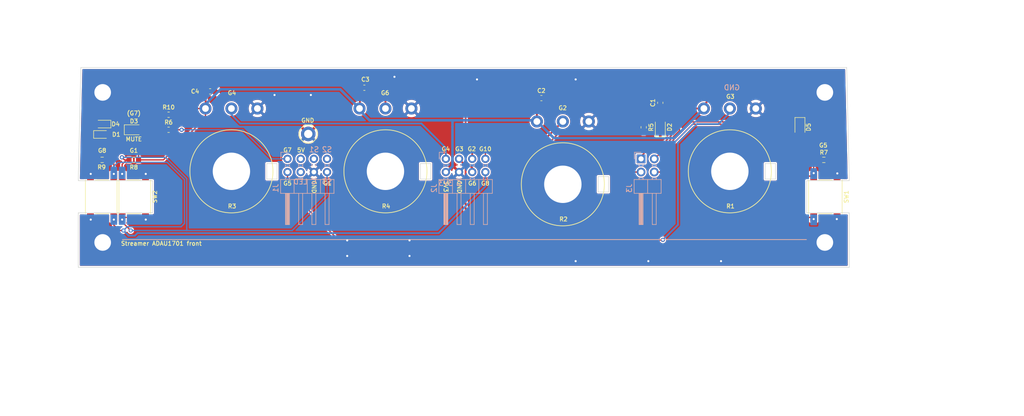
<source format=kicad_pcb>
(kicad_pcb (version 20211014) (generator pcbnew)
  (layers (0 "F.Cu" signal) (31 "B.Cu" signal) (34 "B.Paste" user) (35 "F.Paste" user) (36 "B.SilkS" user "B.Silkscreen") (37 "F.SilkS" user "F.Silkscreen") (38 "B.Mask" user) (39 "F.Mask" user) (44 "Edge.Cuts" user))
  (net 0 "")
  (net 1 "GND")
  (net 2 "Net-(D2-Pad2)")
  (net 3 "Net-(D3-Pad2)")
  (net 4 "VDD")
  (net 5 "5V")
  (net 6 "GPIO5_MUTE")
  (net 7 "Net-(J1-Pad4)")
  (net 8 "Net-(J1-Pad5)")
  (net 9 "Net-(J1-Pad7)")
  (net 10 "GPIO1_COMP")
  (net 11 "GPIO4_BASS")
  (net 12 "GPIO3_VOL")
  (net 13 "GPIO2_BAL")
  (net 14 "GPIO6_TREBLE")
  (net 15 "GPIO10\\LED_MUTE")
  (net 16 "GPIO8_SBASS")
  (net 17 "GPIO7\\LED_COMP")
  (net 18 "SHD-")
  (net 19 "SHD+")
  (net 20 "Net-(D4-Pad2)")
  (net 21 "CLIP+")
  (net 22 "CLIP-")
  (footprint "Capacitor_SMD:C_0603_1608Metric_Pad1.08x0.95mm_HandSolder" (layer "F.Cu") (at 174.3 70.5 90)
    (fp_text reference "C1" (at 0 -1.43 90) (layer "F.SilkS") (effects (font (size 0.8 0.8))))
    (fp_text value "0.1")
    (pad "1" smd roundrect locked (at -0.8625 0 90) (size 1.075 0.95) (layers "F.Cu" "F.Paste" "F.Mask") (net 4 "VDD"))
    (pad "2" smd roundrect locked (at 0.8625 0 90) (size 1.075 0.95) (layers "F.Cu" "F.Paste" "F.Mask") (net 1 "GND"))
  )
  (footprint "Capacitor_SMD:C_0603_1608Metric_Pad1.08x0.95mm_HandSolder" (layer "F.Cu") (at 151.4 69.6)
    (fp_text reference "C2" (at 0 -1.43 180) (layer "F.SilkS") (effects (font (size 0.8 0.8))))
    (fp_text value "0.1")
    (pad "1" smd roundrect locked (at -0.8625 0) (size 1.075 0.95) (layers "F.Cu" "F.Paste" "F.Mask") (net 4 "VDD"))
    (pad "2" smd roundrect locked (at 0.8625 0) (size 1.075 0.95) (layers "F.Cu" "F.Paste" "F.Mask") (net 1 "GND"))
  )
  (footprint "Capacitor_SMD:C_0603_1608Metric_Pad1.08x0.95mm_HandSolder" (layer "F.Cu") (at 117.3 67.6)
    (fp_text reference "C3" (at 0.2 -1.6) (layer "F.SilkS") (effects (font (size 0.8 0.8))))
    (fp_text value "0.1")
    (pad "1" smd roundrect locked (at -0.8625 0) (size 1.075 0.95) (layers "F.Cu" "F.Paste" "F.Mask") (net 4 "VDD"))
    (pad "2" smd roundrect locked (at 0.8625 0) (size 1.075 0.95) (layers "F.Cu" "F.Paste" "F.Mask") (net 1 "GND"))
  )
  (footprint "Capacitor_SMD:C_0603_1608Metric_Pad1.08x0.95mm_HandSolder" (layer "F.Cu") (at 87.6 68.3)
    (fp_text reference "C4" (at -2.9 0) (layer "F.SilkS") (effects (font (size 0.8 0.8))))
    (fp_text value "0.1")
    (pad "1" smd roundrect locked (at -0.8625 0) (size 1.075 0.95) (layers "F.Cu" "F.Paste" "F.Mask") (net 4 "VDD"))
    (pad "2" smd roundrect locked (at 0.8625 0) (size 1.075 0.95) (layers "F.Cu" "F.Paste" "F.Mask") (net 1 "GND"))
  )
  (footprint "TestPoint:TestPoint_Keystone_5005-5009_Compact" (layer "F.Cu") (at 106.5 76.5)
    (fp_text reference "REF**" hide)
    (fp_text value "TestPoint_Keystone_5005-5009_Compact")
    (pad "1" thru_hole circle locked (at 0 0) (size 2.8 2.8) (drill 1.6) (layers *.Cu *.Mask) (net 1 "GND"))
  )
  (footprint "Resistor_SMD:R_0603_1608Metric_Pad0.98x0.95mm_HandSolder" (layer "F.Cu") (at 205.8 81.5)
    (fp_text reference "R7" (at 0 -1.43) (layer "F.SilkS") (effects (font (size 0.8 0.8))))
    (fp_text value "10k")
    (pad "1" smd roundrect locked (at -0.9125 0) (size 0.975 0.95) (layers "F.Cu" "F.Paste" "F.Mask") (net 6 "GPIO5_MUTE"))
    (pad "2" smd roundrect locked (at 0.9125 0) (size 0.975 0.95) (layers "F.Cu" "F.Paste" "F.Mask") (net 4 "VDD"))
  )
  (footprint "Resistor_SMD:R_0603_1608Metric_Pad0.98x0.95mm_HandSolder" (layer "F.Cu") (at 72.9 81.5 180)
    (fp_text reference "R8" (at 0 -1.43) (layer "F.SilkS") (effects (font (size 0.8 0.8))))
    (fp_text value "10k")
    (pad "1" smd roundrect locked (at -0.9125 0 180) (size 0.975 0.95) (layers "F.Cu" "F.Paste" "F.Mask") (net 4 "VDD"))
    (pad "2" smd roundrect locked (at 0.9125 0 180) (size 0.975 0.95) (layers "F.Cu" "F.Paste" "F.Mask") (net 10 "GPIO1_COMP"))
  )
  (footprint "Resistor_SMD:R_0603_1608Metric_Pad0.98x0.95mm_HandSolder" (layer "F.Cu") (at 66.8 81.5)
    (fp_text reference "R9" (at -0.1 1.4) (layer "F.SilkS") (effects (font (size 0.8 0.8))))
    (fp_text value "10k")
    (pad "1" smd roundrect locked (at -0.9125 0) (size 0.975 0.95) (layers "F.Cu" "F.Paste" "F.Mask") (net 4 "VDD"))
    (pad "2" smd roundrect locked (at 0.9125 0) (size 0.975 0.95) (layers "F.Cu" "F.Paste" "F.Mask") (net 16 "GPIO8_SBASS"))
  )
  (footprint "LED_SMD:LED_0805_2012Metric_Pad1.15x1.40mm_HandSolder" (layer "F.Cu") (at 174.3 75.2 90)
    (fp_text reference "D2" (at 0 1.8 90) (layer "F.SilkS") (effects (font (size 0.8 0.8))))
    (fp_text value "LED")
    (pad "1" smd roundrect locked (at -1.025 0 90) (size 1.15 1.4) (layers "F.Cu" "F.Paste" "F.Mask") (roundrect_rratio 0.2173904348) (net 1 "GND"))
    (pad "2" smd roundrect locked (at 1.025 0 90) (size 1.15 1.4) (layers "F.Cu" "F.Paste" "F.Mask") (roundrect_rratio 0.2173904348) (net 2 "Net-(D2-Pad2)"))
  )
  (footprint "LED_SMD:LED_0805_2012Metric_Pad1.15x1.40mm_HandSolder" (layer "F.Cu") (at 72.9225 75.7)
    (fp_text reference "D3" (at 0 -1.65) (layer "F.SilkS") (effects (font (size 0.8 0.8))))
    (fp_text value "LED")
    (pad "1" smd roundrect locked (at -1.025 0) (size 1.15 1.4) (layers "F.Cu" "F.Paste" "F.Mask") (roundrect_rratio 0.2173904348) (net 1 "GND"))
    (pad "2" smd roundrect locked (at 1.025 0) (size 1.15 1.4) (layers "F.Cu" "F.Paste" "F.Mask") (roundrect_rratio 0.2173904348) (net 3 "Net-(D3-Pad2)"))
  )
  (footprint "Resistor_SMD:R_0603_1608Metric_Pad1.05x0.95mm_HandSolder" (layer "F.Cu") (at 171.1 75.2225 -90)
    (fp_text reference "R5" (at 0 -1.43 90) (layer "F.SilkS") (effects (font (size 0.8 0.8))))
    (fp_text value "560R")
    (pad "1" smd roundrect locked (at -0.875 0 270) (size 1.05 0.95) (layers "F.Cu" "F.Paste" "F.Mask") (net 2 "Net-(D2-Pad2)"))
    (pad "2" smd roundrect locked (at 0.875 0 270) (size 1.05 0.95) (layers "F.Cu" "F.Paste" "F.Mask") (net 15 "GPIO10\\LED_MUTE"))
  )
  (footprint "Resistor_SMD:R_0603_1608Metric_Pad1.05x0.95mm_HandSolder" (layer "F.Cu") (at 79.6 75.7)
    (fp_text reference "R6" (at 0 -1.43) (layer "F.SilkS") (effects (font (size 0.8 0.8))))
    (fp_text value "560R")
    (pad "1" smd roundrect locked (at -0.875 0) (size 1.05 0.95) (layers "F.Cu" "F.Paste" "F.Mask") (net 3 "Net-(D3-Pad2)"))
    (pad "2" smd roundrect locked (at 0.875 0) (size 1.05 0.95) (layers "F.Cu" "F.Paste" "F.Mask") (net 17 "GPIO7\\LED_COMP"))
  )
  (footprint "LED_SMD:LED_0603_1608Metric_Pad1.05x0.95mm_HandSolder" (layer "F.Cu") (at 66.8225 76.6)
    (fp_text reference "D1" (at 2.7 0) (layer "F.SilkS") (effects (font (size 0.8 0.8))))
    (fp_text value "LED")
    (pad "1" smd roundrect locked (at -0.875 0) (size 1.05 0.95) (layers "F.Cu" "F.Paste" "F.Mask") (net 18 "SHD-"))
    (pad "2" smd roundrect locked (at 0.875 0) (size 1.05 0.95) (layers "F.Cu" "F.Paste" "F.Mask") (net 19 "SHD+"))
  )
  (footprint "LED_SMD:LED_0603_1608Metric_Pad1.05x0.95mm_HandSolder" (layer "F.Cu") (at 66.8225 74.6 180)
    (fp_text reference "D4" (at -2.5775 0) (layer "F.SilkS") (effects (font (size 0.8 0.8))))
    (fp_text value "LED")
    (pad "1" smd roundrect locked (at -0.875 0 180) (size 1.05 0.95) (layers "F.Cu" "F.Paste" "F.Mask") (net 1 "GND"))
    (pad "2" smd roundrect locked (at 0.875 0 180) (size 1.05 0.95) (layers "F.Cu" "F.Paste" "F.Mask") (net 20 "Net-(D4-Pad2)"))
  )
  (footprint "Potentiometer_THT:Potentiometer_Piher_PC-16_Single_Vertical" (layer "F.Cu") (at 187.7 83.7 -90)
    (fp_text reference "R1" (at 6.724 -0.121 180) (layer "F.SilkS") (effects (font (size 0.8 0.8))))
    (fp_text value "R_POT_TRIM")
    (pad "1" thru_hole circle locked (at -12.1 5 270) (size 2.34 2.34) (drill 1.3) (layers *.Cu *.Mask) (net 4 "VDD"))
    (pad "2" thru_hole circle locked (at -12.1 0 270) (size 2.34 2.34) (drill 1.3) (layers *.Cu *.Mask) (net 12 "GPIO3_VOL"))
    (pad "3" thru_hole circle locked (at 0 0 270) (size 11 11) (drill 7.2) (layers *.Cu *.Mask) (net 1 "GND"))
    (pad "3" thru_hole circle locked (at -12.1 -5 270) (size 2.34 2.34) (drill 1.3) (layers *.Cu *.Mask) (net 1 "GND"))
  )
  (footprint "Potentiometer_THT:Potentiometer_Piher_PC-16_Single_Vertical" (layer "F.Cu") (at 91.7 83.7 -90)
    (fp_text reference "R3" (at 6.724 -0.121 180) (layer "F.SilkS") (effects (font (size 0.8 0.8))))
    (fp_text value "R_POT_TRIM")
    (pad "1" thru_hole circle locked (at -12.1 5 270) (size 2.34 2.34) (drill 1.3) (layers *.Cu *.Mask) (net 4 "VDD"))
    (pad "2" thru_hole circle locked (at -12.1 0 270) (size 2.34 2.34) (drill 1.3) (layers *.Cu *.Mask) (net 11 "GPIO4_BASS"))
    (pad "3" thru_hole circle locked (at -12.1 -5 270) (size 2.34 2.34) (drill 1.3) (layers *.Cu *.Mask) (net 1 "GND"))
    (pad "3" thru_hole circle locked (at 0 0 270) (size 11 11) (drill 7.2) (layers *.Cu *.Mask) (net 1 "GND"))
  )
  (footprint "Potentiometer_THT:Potentiometer_Piher_PC-16_Single_Vertical" (layer "F.Cu") (at 121.366666 83.7 -90)
    (fp_text reference "R4" (at 6.724 -0.121 180) (layer "F.SilkS") (effects (font (size 0.8 0.8))))
    (fp_text value "R_POT_TRIM")
    (pad "1" thru_hole circle locked (at -12.1 5 270) (size 2.34 2.34) (drill 1.3) (layers *.Cu *.Mask) (net 4 "VDD"))
    (pad "2" thru_hole circle locked (at -12.1 0 270) (size 2.34 2.34) (drill 1.3) (layers *.Cu *.Mask) (net 14 "GPIO6_TREBLE"))
    (pad "3" thru_hole circle locked (at -12.1 -5 270) (size 2.34 2.34) (drill 1.3) (layers *.Cu *.Mask) (net 1 "GND"))
    (pad "3" thru_hole circle locked (at 0 0 270) (size 11 11) (drill 7.2) (layers *.Cu *.Mask) (net 1 "GND"))
  )
  (footprint "Resistor_SMD:R_0603_1608Metric_Pad1.05x0.95mm_HandSolder" (layer "F.Cu") (at 79.6 72.8)
    (fp_text reference "R10" (at 0 -1.43) (layer "F.SilkS") (effects (font (size 0.8 0.8))))
    (fp_text value "560R")
    (pad "1" smd roundrect locked (at -0.875 0) (size 1.05 0.95) (layers "F.Cu" "F.Paste" "F.Mask") (net 20 "Net-(D4-Pad2)"))
    (pad "2" smd roundrect locked (at 0.875 0) (size 1.05 0.95) (layers "F.Cu" "F.Paste" "F.Mask") (net 4 "VDD"))
  )
  (footprint "Button_Switch_SMD:SW_SPST_PTS645" (layer "F.Cu") (at 206.1 88.6 -90)
    (fp_text reference "SW1" (at 0 -4.05 90) (layer "F.SilkS") (effects (font (size 0.8 0.8))))
    (fp_text value "SW_Push_Dual")
    (pad "1" smd rect locked (at 3.98 -2.25 270) (size 1.55 1.3) (layers "F.Cu" "F.Paste" "F.Mask") (net 1 "GND"))
    (pad "1" smd rect locked (at -3.98 -2.25 270) (size 1.55 1.3) (layers "F.Cu" "F.Paste" "F.Mask") (net 1 "GND"))
    (pad "2" smd rect locked (at 3.98 2.25 270) (size 1.55 1.3) (layers "F.Cu" "F.Paste" "F.Mask") (net 6 "GPIO5_MUTE"))
    (pad "2" smd rect locked (at -3.98 2.25 270) (size 1.55 1.3) (layers "F.Cu" "F.Paste" "F.Mask") (net 6 "GPIO5_MUTE"))
  )
  (footprint "Button_Switch_SMD:SW_SPST_PTS645" (layer "F.Cu") (at 72.9 88.6 -90)
    (fp_text reference "SW2" (at 0 -4.05 90) (layer "F.SilkS") (effects (font (size 0.8 0.8))))
    (fp_text value "SW_Push_Dual")
    (pad "1" smd rect locked (at 3.98 -2.25 270) (size 1.55 1.3) (layers "F.Cu" "F.Paste" "F.Mask") (net 1 "GND"))
    (pad "1" smd rect locked (at -3.98 -2.25 270) (size 1.55 1.3) (layers "F.Cu" "F.Paste" "F.Mask") (net 1 "GND"))
    (pad "2" smd rect locked (at 3.98 2.25 270) (size 1.55 1.3) (layers "F.Cu" "F.Paste" "F.Mask") (net 10 "GPIO1_COMP"))
    (pad "2" smd rect locked (at -3.98 2.25 270) (size 1.55 1.3) (layers "F.Cu" "F.Paste" "F.Mask") (net 10 "GPIO1_COMP"))
  )
  (footprint "Button_Switch_SMD:SW_SPST_PTS645" (layer "F.Cu") (at 66.8 88.6 90)
    (fp_text reference "SW3" hide)
    (fp_text value "SW_Push_Dual")
    (pad "1" smd rect locked (at -3.98 -2.25 90) (size 1.55 1.3) (layers "F.Cu" "F.Paste" "F.Mask") (net 1 "GND"))
    (pad "1" smd rect locked (at 3.98 -2.25 90) (size 1.55 1.3) (layers "F.Cu" "F.Paste" "F.Mask") (net 1 "GND"))
    (pad "2" smd rect locked (at 3.98 2.25 90) (size 1.55 1.3) (layers "F.Cu" "F.Paste" "F.Mask") (net 16 "GPIO8_SBASS"))
    (pad "2" smd rect locked (at -3.98 2.25 90) (size 1.55 1.3) (layers "F.Cu" "F.Paste" "F.Mask") (net 16 "GPIO8_SBASS"))
  )
  (footprint "Potentiometer_THT:Potentiometer_Piher_PC-16_Single_Vertical" (layer "F.Cu") (at 155.533332 86.2 -90)
    (fp_text reference "R2" (at 6.724 -0.121 180) (layer "F.SilkS") (effects (font (size 0.8 0.8))))
    (fp_text value "R_POT_TRIM")
    (pad "1" thru_hole circle locked (at -12.1 5 270) (size 2.34 2.34) (drill 1.3) (layers *.Cu *.Mask) (net 4 "VDD"))
    (pad "2" thru_hole circle locked (at -12.1 0 270) (size 2.34 2.34) (drill 1.3) (layers *.Cu *.Mask) (net 13 "GPIO2_BAL"))
    (pad "3" thru_hole circle locked (at 0 0 270) (size 11 11) (drill 7.2) (layers *.Cu *.Mask) (net 1 "GND"))
    (pad "3" thru_hole circle locked (at -12.1 -5 270) (size 2.34 2.34) (drill 1.3) (layers *.Cu *.Mask) (net 1 "GND"))
  )
  (footprint "LED_SMD:LED_0805_2012Metric_Pad1.15x1.40mm_HandSolder" (layer "F.Cu") (at 201.2 75.2 -90)
    (fp_text reference "D5" (at 0 -1.65 90) (layer "F.SilkS") (effects (font (size 0.8 0.8))))
    (fp_text value "LED")
    (pad "1" smd roundrect locked (at -1.025 0 270) (size 1.15 1.4) (layers "F.Cu" "F.Paste" "F.Mask") (roundrect_rratio 0.2173904348) (net 22 "CLIP-"))
    (pad "2" smd roundrect locked (at 1.025 0 270) (size 1.15 1.4) (layers "F.Cu" "F.Paste" "F.Mask") (roundrect_rratio 0.2173904348) (net 21 "CLIP+"))
  )
  (footprint "MountingHole:MountingHole_3.2mm_M3" (layer "B.Cu") (at 206 97.4)
    (fp_text reference "REF**" hide)
    (fp_text value "MountingHole_3.2mm_M3" hide)
    (pad "1" thru_hole circle locked (at 0 0) (size 4.5 4.5) (drill 3.2) (layers *.Cu *.Mask) (net 1 "GND"))
  )
  (footprint "MountingHole:MountingHole_3.2mm_M3" (layer "B.Cu") (at 206 68.5)
    (fp_text reference "REF**" hide)
    (fp_text value "MountingHole_3.2mm_M3" hide)
    (pad "1" thru_hole circle locked (at 0 0) (size 4.5 4.5) (drill 3.2) (layers *.Cu *.Mask) (net 1 "GND"))
  )
  (footprint "MountingHole:MountingHole_3.2mm_M3" (layer "B.Cu") (at 66.9 97.4)
    (fp_text reference "REF**" hide)
    (fp_text value "MountingHole_3.2mm_M3" hide)
    (pad "1" thru_hole circle locked (at 0 0) (size 4.5 4.5) (drill 3.2) (layers *.Cu *.Mask) (net 1 "GND"))
  )
  (footprint "MountingHole:MountingHole_3.2mm_M3" (layer "B.Cu") (at 66.9 68.5)
    (fp_text reference "REF**" hide)
    (fp_text value "MountingHole_3.2mm_M3" hide)
    (pad "1" thru_hole circle locked (at 0 0) (size 4.5 4.5) (drill 3.2) (layers *.Cu *.Mask) (net 1 "GND"))
  )
  (footprint "Connector_PinHeader_2.54mm:PinHeader_2x04_P2.54mm_Horizontal" (layer "B.Cu") (at 102.5 81.3 -90)
    (fp_text reference "J1" (at 5.655 2.27 90) (layer "B.SilkS") (effects (justify mirror)))
    (fp_text value "Conn_02x04_Odd_Even")
    (pad "1" thru_hole circle locked (at 0 0 270) (size 1.6 1.6) (drill 0.9) (layers *.Cu *.Mask) (net 17 "GPIO7\\LED_COMP"))
    (pad "2" thru_hole circle locked (at 2.54 0 270) (size 1.6 1.6) (drill 0.9) (layers *.Cu *.Mask) (net 6 "GPIO5_MUTE"))
    (pad "3" thru_hole circle locked (at 0 -2.54 270) (size 1.6 1.6) (drill 0.9) (layers *.Cu *.Mask) (net 5 "5V"))
    (pad "4" thru_hole circle locked (at 2.54 -2.54 270) (size 1.6 1.6) (drill 0.9) (layers *.Cu *.Mask) (net 7 "Net-(J1-Pad4)"))
    (pad "5" thru_hole circle locked (at 0 -5.08 270) (size 1.6 1.6) (drill 0.9) (layers *.Cu *.Mask) (net 8 "Net-(J1-Pad5)"))
    (pad "6" thru_hole circle locked (at 2.54 -5.08 270) (size 1.6 1.6) (drill 0.9) (layers *.Cu *.Mask) (net 1 "GND"))
    (pad "7" thru_hole circle locked (at 0 -7.62 270) (size 1.6 1.6) (drill 0.9) (layers *.Cu *.Mask) (net 9 "Net-(J1-Pad7)"))
    (pad "8" thru_hole circle locked (at 2.54 -7.62 270) (size 1.6 1.6) (drill 0.9) (layers *.Cu *.Mask) (net 10 "GPIO1_COMP"))
  )
  (footprint "Connector_PinHeader_2.54mm:PinHeader_2x04_P2.54mm_Horizontal" (layer "B.Cu") (at 133 81.3 -90)
    (fp_text reference "J2" (at 5.655 2.27 -90) (layer "B.SilkS") (effects (justify mirror)))
    (fp_text value "Conn_02x04_Odd_Even")
    (pad "1" thru_hole circle locked (at 0 0 270) (size 1.6 1.6) (drill 0.9) (layers *.Cu *.Mask) (net 11 "GPIO4_BASS"))
    (pad "2" thru_hole circle locked (at 2.54 0 270) (size 1.6 1.6) (drill 0.9) (layers *.Cu *.Mask) (net 4 "VDD"))
    (pad "3" thru_hole circle locked (at 0 -2.54 270) (size 1.6 1.6) (drill 0.9) (layers *.Cu *.Mask) (net 12 "GPIO3_VOL"))
    (pad "4" thru_hole circle locked (at 2.54 -2.54 270) (size 1.6 1.6) (drill 0.9) (layers *.Cu *.Mask) (net 1 "GND"))
    (pad "5" thru_hole circle locked (at 0 -5.08 270) (size 1.6 1.6) (drill 0.9) (layers *.Cu *.Mask) (net 13 "GPIO2_BAL"))
    (pad "6" thru_hole circle locked (at 2.54 -5.08 270) (size 1.6 1.6) (drill 0.9) (layers *.Cu *.Mask) (net 14 "GPIO6_TREBLE"))
    (pad "7" thru_hole circle locked (at 0 -7.62 270) (size 1.6 1.6) (drill 0.9) (layers *.Cu *.Mask) (net 15 "GPIO10\\LED_MUTE"))
    (pad "8" thru_hole circle locked (at 2.54 -7.62 270) (size 1.6 1.6) (drill 0.9) (layers *.Cu *.Mask) (net 16 "GPIO8_SBASS"))
  )
  (footprint "Connector_PinHeader_2.54mm:PinHeader_2x02_P2.54mm_Horizontal" (layer "B.Cu") (at 170.6 81.3 -90)
    (fp_text reference "J3" (at 5.655 2.27 -90) (layer "B.SilkS") (effects (justify mirror)))
    (fp_text value "Conn_02x02_Odd_Even")
    (pad "1" thru_hole rect locked (at 0 0 270) (size 1.7 1.7) (drill 1) (layers *.Cu *.Mask) (net 18 "SHD-"))
    (pad "2" thru_hole oval locked (at 2.54 0 270) (size 1.7 1.7) (drill 1) (layers *.Cu *.Mask) (net 19 "SHD+"))
    (pad "3" thru_hole oval locked (at 0 -2.54 270) (size 1.7 1.7) (drill 1) (layers *.Cu *.Mask) (net 22 "CLIP-"))
    (pad "4" thru_hole oval locked (at 2.54 -2.54 270) (size 1.7 1.7) (drill 1) (layers *.Cu *.Mask) (net 21 "CLIP+"))
  )
  (gr_line (start 202.45 96.85) (end 70.7 96.85) (layer "B.SilkS") (width 0.15))
  (gr_line (start 62.2 102.2) (end 210.7 102.2) (layer "Edge.Cuts") (width 0.1))
  (gr_line (start 98.5 85.2) (end 98.5 82.2) (layer "Edge.Cuts") (width 0.1))
  (gr_line (start 196.5 82.2) (end 196.5 85.2) (layer "Edge.Cuts") (width 0.1))
  (gr_line (start 162.34 87.7) (end 162.34 84.7) (layer "Edge.Cuts") (width 0.1))
  (gr_line (start 130.1 82.2) (end 130.1 85.2) (layer "Edge.Cuts") (width 0.1))
  (gr_line (start 128.1 82.2) (end 130.1 82.2) (layer "Edge.Cuts") (width 0.1))
  (gr_line (start 130.1 85.2) (end 128.1 85.2) (layer "Edge.Cuts") (width 0.1))
  (gr_line (start 128.1 82.2) (end 128.1 85.2) (layer "Edge.Cuts") (width 0.1))
  (gr_line (start 76.5 85.5) (end 76.5 91.7) (layer "Edge.Cuts") (width 0.1))
  (gr_line (start 76.4 85.5) (end 76.5 85.5) (layer "Edge.Cuts") (width 0.1))
  (gr_line (start 76.4 91.7) (end 76.5 91.7) (layer "Edge.Cuts") (width 0.1))
  (gr_line (start 62.2 91.7) (end 62.2 102.2) (layer "Edge.Cuts") (width 0.1))
  (gr_line (start 210.7 91.7) (end 210.7 102.2) (layer "Edge.Cuts") (width 0.1))
  (gr_line (start 210.7 85.5) (end 209.5 85.5) (layer "Edge.Cuts") (width 0.1))
  (gr_line (start 210.2 63.7) (end 62.7 63.7) (layer "Edge.Cuts") (width 0.1))
  (gr_line (start 194.5 82.2) (end 196.5 82.2) (layer "Edge.Cuts") (width 0.1))
  (gr_line (start 100.5 82.2) (end 100.5 85.2) (layer "Edge.Cuts") (width 0.1))
  (gr_line (start 100.5 85.2) (end 98.5 85.2) (layer "Edge.Cuts") (width 0.1))
  (gr_line (start 164.34 87.7) (end 162.34 87.7) (layer "Edge.Cuts") (width 0.1))
  (gr_line (start 202.5 85.5) (end 202.5 91.7) (layer "Edge.Cuts") (width 0.1))
  (gr_line (start 162.34 84.7) (end 164.34 84.7) (layer "Edge.Cuts") (width 0.1))
  (gr_line (start 98.5 82.2) (end 100.5 82.2) (layer "Edge.Cuts") (width 0.1))
  (gr_line (start 202.5 91.7) (end 210.7 91.7) (layer "Edge.Cuts") (width 0.1))
  (gr_line (start 210.7 85.5) (end 210.2 63.7) (layer "Edge.Cuts") (width 0.1))
  (gr_line (start 209.5 85.5) (end 202.5 85.5) (layer "Edge.Cuts") (width 0.1))
  (gr_line (start 196.5 85.2) (end 194.5 85.2) (layer "Edge.Cuts") (width 0.1))
  (gr_line (start 76.4 91.7) (end 62.2 91.7) (layer "Edge.Cuts") (width 0.1))
  (gr_line (start 164.34 84.7) (end 164.34 87.7) (layer "Edge.Cuts") (width 0.1))
  (gr_line (start 194.5 85.2) (end 194.5 82.2) (layer "Edge.Cuts") (width 0.1))
  (gr_line (start 62.2 85.5) (end 76.4 85.5) (layer "Edge.Cuts") (width 0.1))
  (gr_line (start 62.2 85.5) (end 62.7 63.7) (layer "Edge.Cuts") (width 0.1))
  (gr_text "G" (at 107.6 85.7) (layer "B.SilkS") (effects (font (size 1 1)) (justify mirror)))
  (gr_text "G" (at 135.5 86) (layer "B.SilkS") (effects (font (size 1 1)) (justify mirror)))
  (gr_text "S2" (at 110.1 79.5) (layer "B.SilkS") (effects (font (size 1 1)) (justify mirror)))
  (gr_text "S3" (at 110.1 85.7) (layer "B.SilkS") (effects (font (size 1 1)) (justify mirror)))
  (gr_text "LED" (at 105 85.7) (layer "B.SilkS") (effects (font (size 1 1)) (justify mirror)))
  (gr_text "3V3" (at 133 86) (layer "B.SilkS") (effects (font (size 1 1)) (justify mirror)))
  (gr_text "GND" (at 188.087 67.564) (layer "B.SilkS") (effects (font (size 1 1)) (justify mirror)))
  (gr_text "S1" (at 107.6 79.5) (layer "B.SilkS") (effects (font (size 1 1)) (justify mirror)))
  (gr_text "MUTE" (at 72.9 77.5) (layer "F.SilkS") (effects (font (size 0.8 0.8))))
  (gr_text "G4" (at 133 79.4) (layer "F.SilkS") (effects (font (size 0.8 0.8))))
  (gr_text "G3" (at 135.6 79.4) (layer "F.SilkS") (effects (font (size 0.8 0.8))))
  (gr_text "G2" (at 138 79.4) (layer "F.SilkS") (effects (font (size 0.8 0.8))))
  (gr_text "G10" (at 140.6 79.4) (layer "F.SilkS") (effects (font (size 0.8 0.8))))
  (gr_text "G8" (at 140.6 86.019453) (layer "F.SilkS") (effects (font (size 0.8 0.8))))
  (gr_text "G6" (at 138.1 86.019453) (layer "F.SilkS") (effects (font (size 0.8 0.8))))
  (gr_text "G1" (at 110.2 86.019453) (layer "F.SilkS") (effects (font (size 0.8 0.8))))
  (gr_text "G5" (at 102.5 86.019453) (layer "F.SilkS") (effects (font (size 0.8 0.8))))
  (gr_text "G7" (at 102.5 79.6) (layer "F.SilkS") (effects (font (size 0.8 0.8))))
  (gr_text "GND" (at 107.6 86.7 270) (layer "F.SilkS") (effects (font (size 0.8 0.8))))
  (gr_text "GND" (at 135.6 86.7 270) (layer "F.SilkS") (effects (font (size 0.8 0.8))))
  (gr_text "3V3" (at 133 86.6 -90) (layer "F.SilkS") (effects (font (size 0.8 0.8))))
  (gr_text "GND" (at 106.4 73.9) (layer "F.SilkS") (effects (font (size 0.8 0.8))))
  (gr_text "G8" (at 66.8 79.7) (layer "F.SilkS") (effects (font (size 0.8 0.8))))
  (gr_text "G3" (at 187.8 69.3) (layer "F.SilkS") (effects (font (size 0.8 0.8))))
  (gr_text "G5" (at 205.7 78.7) (layer "F.SilkS") (effects (font (size 0.8 0.8))))
  (gr_text "(G7)" (at 72.9 72.5) (layer "F.SilkS") (effects (font (size 0.8 0.8))))
  (gr_text "G6" (at 121.3 68.6) (layer "F.SilkS") (effects (font (size 0.8 0.8))))
  (gr_text "Streamer ADAU1701 front" (at 78.2 97.6) (layer "F.SilkS") (effects (font (size 0.8 0.8))))
  (gr_text "5V" (at 105.1 79.6) (layer "F.SilkS") (effects (font (size 0.8 0.8))))
  (gr_text "G1" (at 72.9 79.7) (layer "F.SilkS") (effects (font (size 0.8 0.8))))
  (gr_text "G4" (at 91.8 68.6) (layer "F.SilkS") (effects (font (size 0.8 0.8))))
  (gr_text "G2" (at 155.5 71.5) (layer "F.SilkS") (effects (font (size 0.8 0.8))))
  (via (at 172 101) (size 0.8) (drill 0.4) (layers "F.Cu" "B.Cu") (net 1))
  (via (at 100 69) (size 0.8) (drill 0.4) (layers "F.Cu" "B.Cu") (net 1))
  (via (at 126 100) (size 0.8) (drill 0.4) (layers "F.Cu" "B.Cu") (net 1))
  (via (at 158 101) (size 0.8) (drill 0.4) (layers "F.Cu" "B.Cu") (net 1))
  (via (at 75.2 93) (size 0.8) (drill 0.4) (layers "F.Cu" "B.Cu") (net 1))
  (via (at 186 101) (size 0.8) (drill 0.4) (layers "F.Cu" "B.Cu") (net 1))
  (via (at 75.2 84.2) (size 0.8) (drill 0.4) (layers "F.Cu" "B.Cu") (net 1))
  (via (at 208.4 84.1) (size 0.8) (drill 0.4) (layers "F.Cu" "B.Cu") (net 1))
  (via (at 123.1 65.5) (size 0.8) (drill 0.4) (layers "F.Cu" "B.Cu") (net 1))
  (via (at 126 97) (size 0.8) (drill 0.4) (layers "F.Cu" "B.Cu") (net 1))
  (via (at 64.6 93) (size 0.8) (drill 0.4) (layers "F.Cu" "B.Cu") (net 1))
  (via (at 114 97) (size 0.8) (drill 0.4) (layers "F.Cu" "B.Cu") (net 1))
  (via (at 114 100) (size 0.8) (drill 0.4) (layers "F.Cu" "B.Cu") (net 1))
  (via (at 64.6 84.2) (size 0.8) (drill 0.4) (layers "F.Cu" "B.Cu") (net 1))
  (via (at 139 66) (size 0.8) (drill 0.4) (layers "F.Cu" "B.Cu") (net 1))
  (via (at 158 66) (size 0.8) (drill 0.4) (layers "F.Cu" "B.Cu") (net 1))
  (via (at 107 69) (size 0.8) (drill 0.4) (layers "F.Cu" "B.Cu") (net 1))
  (via (at 208.3 92.9) (size 0.8) (drill 0.4) (layers "F.Cu" "B.Cu") (net 1))
  (segment (start 172.3525 74.3475) (end 172.525 74.175) (width 0.25) (layer "F.Cu") (net 2))
  (segment (start 172.525 74.175) (end 174.3 74.175) (width 0.25) (layer "F.Cu") (net 2))
  (segment (start 171.1 74.3475) (end 172.3525 74.3475) (width 0.25) (layer "F.Cu") (net 2))
  (segment (start 73.9475 75.7) (end 78.725 75.7) (width 0.25) (layer "F.Cu") (net 3))
  (segment (start 86.7375 68.3) (end 86.7375 71.5625) (width 0.35) (layer "F.Cu") (net 4))
  (segment (start 65.8875 80.9125) (end 67.2 79.6) (width 0.25) (layer "F.Cu") (net 4))
  (segment (start 80.475 72.8) (end 82.6 72.8) (width 0.25) (layer "F.Cu") (net 4))
  (segment (start 73.8125 80.3125) (end 73.8125 81.5) (width 0.25) (layer "F.Cu") (net 4))
  (segment (start 73.1 79.6) (end 73.8125 80.3125) (width 0.25) (layer "F.Cu") (net 4))
  (segment (start 182.7 70.9) (end 184.3 69.3) (width 0.35) (layer "F.Cu") (net 4))
  (segment (start 184.3 69.3) (end 199.7 69.3) (width 0.35) (layer "F.Cu") (net 4))
  (segment (start 86.7375 71.5625) (end 86.7 71.6) (width 0.35) (layer "F.Cu") (net 4))
  (segment (start 176.3 71.6) (end 176.0625 71.3625) (width 0.35) (layer "F.Cu") (net 4))
  (segment (start 182.7 71.6) (end 182.7 70.9) (width 0.35) (layer "F.Cu") (net 4))
  (segment (start 116.4375 67.6) (end 116.4375 71.529166) (width 0.35) (layer "F.Cu") (net 4))
  (segment (start 86.7 73.4) (end 86.7 71.6) (width 0.25) (layer "F.Cu") (net 4))
  (segment (start 116.4375 71.529166) (end 116.366666 71.6) (width 0.35) (layer "F.Cu") (net 4))
  (segment (start 67.2 79.6) (end 73.1 79.6) (width 0.25) (layer "F.Cu") (net 4))
  (segment (start 199.7 69.3) (end 206.7125 76.3125) (width 0.35) (layer "F.Cu") (net 4))
  (segment (start 83.8 71.6) (end 86.7 71.6) (width 0.25) (layer "F.Cu") (net 4))
  (segment (start 65.8875 81.5) (end 65.8875 80.9125) (width 0.25) (layer "F.Cu") (net 4))
  (segment (start 176.0625 71.3625) (end 174.3 71.3625) (width 0.35) (layer "F.Cu") (net 4))
  (segment (start 78.6 81.5) (end 86.7 73.4) (width 0.25) (layer "F.Cu") (net 4))
  (segment (start 206.7125 76.3125) (end 206.7125 81.5) (width 0.35) (layer "F.Cu") (net 4))
  (segment (start 182.7 71.6) (end 176.3 71.6) (width 0.35) (layer "F.Cu") (net 4))
  (segment (start 150.5375 74.095832) (end 150.533332 74.1) (width 0.35) (layer "F.Cu") (net 4))
  (segment (start 82.6 72.8) (end 83.8 71.6) (width 0.25) (layer "F.Cu") (net 4))
  (segment (start 150.5375 69.6) (end 150.5375 74.095832) (width 0.35) (layer "F.Cu") (net 4))
  (segment (start 73.8125 81.5) (end 78.6 81.5) (width 0.25) (layer "F.Cu") (net 4))
  (segment (start 134.275 82.725) (end 134.275 75.125) (width 0.5) (layer "B.Cu") (net 4))
  (segment (start 116.366666 71.6) (end 116.366666 71.941656) (width 0.5) (layer "B.Cu") (net 4))
  (segment (start 86.7 70.8) (end 89.6 67.9) (width 0.5) (layer "B.Cu") (net 4))
  (segment (start 153.8 77.3) (end 177 77.3) (width 0.5) (layer "B.Cu") (net 4))
  (segment (start 134.275 75.125) (end 134.275 74.1) (width 0.5) (layer "B.Cu") (net 4))
  (segment (start 112.666666 67.9) (end 116.366666 71.6) (width 0.5) (layer "B.Cu") (net 4))
  (segment (start 118.3 73.87499) (end 150.308322 73.87499) (width 0.5) (layer "B.Cu") (net 4))
  (segment (start 133.16 83.84) (end 134.275 82.725) (width 0.5) (layer "B.Cu") (net 4))
  (segment (start 150.533332 74.1) (end 150.6 74.1) (width 0.5) (layer "B.Cu") (net 4))
  (segment (start 150.308322 73.87499) (end 150.533332 74.1) (width 0.5) (layer "B.Cu") (net 4))
  (segment (start 133 83.84) (end 133.06 83.84) (width 0.5) (layer "B.Cu") (net 4))
  (segment (start 150.6 74.1) (end 153.8 77.3) (width 0.5) (layer "B.Cu") (net 4))
  (segment (start 133 83.84) (end 133.16 83.84) (width 0.5) (layer "B.Cu") (net 4))
  (segment (start 177 77.3) (end 182.7 71.6) (width 0.5) (layer "B.Cu") (net 4))
  (segment (start 116.366666 71.941656) (end 118.3 73.87499) (width 0.5) (layer "B.Cu") (net 4))
  (segment (start 86.7 71.6) (end 86.7 70.8) (width 0.5) (layer "B.Cu") (net 4))
  (segment (start 89.6 67.9) (end 112.666666 67.9) (width 0.5) (layer "B.Cu") (net 4))
  (segment (start 203.85 84.05) (end 203.85 84.62) (width 0.25) (layer "F.Cu") (net 6))
  (segment (start 201.7 91.8) (end 201.7 92.5) (width 0.25) (layer "F.Cu") (net 6))
  (segment (start 204.8875 81.5) (end 204.2 81.5) (width 0.25) (layer "F.Cu") (net 6))
  (segment (start 203.85 81.85) (end 203.85 84.05) (width 0.25) (layer "F.Cu") (net 6))
  (segment (start 201.78 92.58) (end 203.85 92.58) (width 0.25) (layer "F.Cu") (net 6))
  (segment (start 102.5 87.1) (end 113.50001 98.10001) (width 0.25) (layer "F.Cu") (net 6))
  (segment (start 201.7 91.8) (end 201.7 92.213186) (width 0.25) (layer "F.Cu") (net 6))
  (segment (start 203.85 84.62) (end 202.18 84.62) (width 0.25) (layer "F.Cu") (net 6))
  (segment (start 102.5 83.84) (end 102.5 87.1) (width 0.25) (layer "F.Cu") (net 6))
  (segment (start 204.2 81.5) (end 203.85 81.85) (width 0.25) (layer "F.Cu") (net 6))
  (segment (start 195.813176 98.10001) (end 201.333186 92.58) (width 0.25) (layer "F.Cu") (net 6))
  (segment (start 201.7 92.5) (end 201.78 92.58) (width 0.25) (layer "F.Cu") (net 6))
  (segment (start 201.7 85.1) (end 201.7 91.8) (width 0.25) (layer "F.Cu") (net 6))
  (segment (start 113.50001 98.10001) (end 195.813176 98.10001) (width 0.25) (layer "F.Cu") (net 6))
  (segment (start 201.333186 92.58) (end 201.78 92.58) (width 0.25) (layer "F.Cu") (net 6))
  (segment (start 202.18 84.62) (end 201.7 85.1) (width 0.25) (layer "F.Cu") (net 6))
  (via (at 203.85 92.9) (size 0.8) (drill 0.4) (layers "F.Cu" "B.Cu") (net 6))
  (via (at 203.85 84.05) (size 0.8) (drill 0.4) (layers "F.Cu" "B.Cu") (net 6))
  (segment (start 70.65 82.95) (end 70.65 84.25) (width 0.25) (layer "F.Cu") (net 10))
  (segment (start 70.65 93.45) (end 72.3 95.1) (width 0.25) (layer "F.Cu") (net 10))
  (segment (start 70.65 84.25) (end 70.65 84.62) (width 0.25) (layer "F.Cu") (net 10))
  (segment (start 71.1 81.5) (end 70.6 81) (width 0.25) (layer "F.Cu") (net 10))
  (segment (start 70.65 93.45) (end 70.65 93) (width 0.25) (layer "F.Cu") (net 10))
  (segment (start 71.07 92.58) (end 70.65 93) (width 0.25) (layer "F.Cu") (net 10))
  (segment (start 71.9875 81.5) (end 71.5 81.5) (width 0.25) (layer "F.Cu") (net 10))
  (segment (start 71.5 81.5) (end 70.65 82.35) (width 0.25) (layer "F.Cu") (net 10))
  (segment (start 71.9875 81.5) (end 71.1 81.5) (width 0.25) (layer "F.Cu") (net 10))
  (segment (start 71.45 92.58) (end 71.07 92.58) (width 0.25) (layer "F.Cu") (net 10))
  (segment (start 70.65 82.35) (end 70.65 82.95) (width 0.25) (layer "F.Cu") (net 10))
  (via (at 70.6 81) (size 0.8) (drill 0.4) (layers "F.Cu" "B.Cu") (net 10))
  (via (at 70.65 93) (size 0.8) (drill 0.4) (layers "F.Cu" "B.Cu") (net 10))
  (via (at 72.3 95.1) (size 0.8) (drill 0.4) (layers "F.Cu" "B.Cu") (net 10))
  (via (at 70.65 84.2) (size 0.8) (drill 0.4) (layers "F.Cu" "B.Cu") (net 10))
  (segment (start 103.4 95.1) (end 83.1 95.1) (width 0.25) (layer "B.Cu") (net 10))
  (segment (start 71 81) (end 79 81) (width 0.25) (layer "B.Cu") (net 10))
  (segment (start 110.12 88.38) (end 103.4 95.1) (width 0.25) (layer "B.Cu") (net 10))
  (segment (start 83.1 85.1) (end 83.1 95.1) (width 0.25) (layer "B.Cu") (net 10))
  (segment (start 83.1 95.1) (end 72.3 95.1) (width 0.25) (layer "B.Cu") (net 10))
  (segment (start 79 81) (end 83.1 85.1) (width 0.25) (layer "B.Cu") (net 10))
  (segment (start 71 81) (end 70.6 81) (width 0.25) (layer "B.Cu") (net 10))
  (segment (start 110.12 83.84) (end 110.12 88.38) (width 0.25) (layer "B.Cu") (net 10))
  (segment (start 128.3 74.5) (end 93.4 74.5) (width 0.35) (layer "B.Cu") (net 11))
  (segment (start 133 81.3) (end 133 79.2) (width 0.35) (layer "B.Cu") (net 11))
  (segment (start 91.7 72.8) (end 91.7 71.6) (width 0.35) (layer "B.Cu") (net 11))
  (segment (start 133 79.2) (end 128.3 74.5) (width 0.35) (layer "B.Cu") (net 11))
  (segment (start 93.4 74.5) (end 91.7 72.8) (width 0.35) (layer "B.Cu") (net 11))
  (segment (start 135.54 81.3) (end 135.54 81.44) (width 0.35) (layer "F.Cu") (net 12))
  (segment (start 135.54 81.3) (end 135.54 81.34) (width 0.35) (layer "F.Cu") (net 12))
  (segment (start 135.54 81.34) (end 136.8 82.6) (width 0.35) (layer "F.Cu") (net 12))
  (segment (start 136.8 91.69999) (end 142 96.89999) (width 0.35) (layer "F.Cu") (net 12))
  (segment (start 142 96.89999) (end 174.80001 96.89999) (width 0.35) (layer "F.Cu") (net 12))
  (segment (start 136.8 82.6) (end 136.8 91.69999) (width 0.35) (layer "F.Cu") (net 12))
  (segment (start 187.7 71.7) (end 187.7 71.6) (width 0.35) (layer "F.Cu") (net 12))
  (via (at 174.80001 96.89999) (size 0.8) (drill 0.4) (layers "F.Cu" "B.Cu") (net 12))
  (segment (start 181.4 74.6) (end 177.7 78.3) (width 0.35) (layer "B.Cu") (net 12))
  (segment (start 177.7 78.3) (end 177.7 94) (width 0.35) (layer "B.Cu") (net 12))
  (segment (start 185.5 74.6) (end 181.4 74.6) (width 0.35) (layer "B.Cu") (net 12))
  (segment (start 187.7 71.6) (end 187.7 72.4) (width 0.35) (layer "B.Cu") (net 12))
  (segment (start 187.7 72.4) (end 185.5 74.6) (width 0.35) (layer "B.Cu") (net 12))
  (segment (start 177.7 94) (end 174.80001 96.89999) (width 0.35) (layer "B.Cu") (net 12))
  (segment (start 138.08 79.62) (end 138.08 81.3) (width 0.35) (layer "F.Cu") (net 13))
  (segment (start 155.5 74.1) (end 151.6 78) (width 0.35) (layer "F.Cu") (net 13))
  (segment (start 155.533332 74.1) (end 155.5 74.1) (width 0.35) (layer "F.Cu") (net 13))
  (segment (start 139.7 78) (end 138.08 79.62) (width 0.35) (layer "F.Cu") (net 13))
  (segment (start 151.6 78) (end 139.7 78) (width 0.35) (layer "F.Cu") (net 13))
  (segment (start 136.8 79.6) (end 136.8 81.759002) (width 0.35) (layer "F.Cu") (net 14))
  (segment (start 136.8 81.759002) (end 138.08 83.039002) (width 0.35) (layer "F.Cu") (net 14))
  (segment (start 138.08 83.039002) (end 138.08 83.84) (width 0.35) (layer "F.Cu") (net 14))
  (segment (start 122.3 68.925) (end 133.15 68.925) (width 0.35) (layer "F.Cu") (net 14))
  (segment (start 138.08 83.84) (end 138.08 83.805) (width 0.35) (layer "F.Cu") (net 14))
  (segment (start 133.15 68.925) (end 136.8 72.575) (width 0.35) (layer "F.Cu") (net 14))
  (segment (start 121.366666 71.6) (end 121.366666 69.858334) (width 0.35) (layer "F.Cu") (net 14))
  (segment (start 136.8 72.575) (end 136.8 79.6) (width 0.35) (layer "F.Cu") (net 14))
  (segment (start 121.366666 69.858334) (end 122.3 68.925) (width 0.35) (layer "F.Cu") (net 14))
  (segment (start 155.0025 76.0975) (end 171.1 76.0975) (width 0.25) (layer "F.Cu") (net 15))
  (segment (start 140.62 81.3) (end 140.62 80.08001) (width 0.25) (layer "F.Cu") (net 15))
  (segment (start 152.59999 78.50001) (end 155.0025 76.0975) (width 0.25) (layer "F.Cu") (net 15))
  (segment (start 140.62 80.08001) (end 142.2 78.50001) (width 0.25) (layer "F.Cu") (net 15))
  (segment (start 142.2 78.50001) (end 152.59999 78.50001) (width 0.25) (layer "F.Cu") (net 15))
  (segment (start 69.05 93.25) (end 69.05 92.58) (width 0.35) (layer "F.Cu") (net 16))
  (segment (start 69.05 84.15) (end 69.05 84.62) (width 0.25) (layer "F.Cu") (net 16))
  (segment (start 69.05 81.95) (end 69.05 82.95) (width 0.25) (layer "F.Cu") (net 16))
  (segment (start 68.6 81.5) (end 69.05 81.95) (width 0.25) (layer "F.Cu") (net 16))
  (segment (start 69.05 82.95) (end 69.05 84.15) (width 0.25) (layer "F.Cu") (net 16))
  (segment (start 69.05 92.98) (end 69.05 94.05) (width 0.25) (layer "F.Cu") (net 16))
  (segment (start 67.7125 81.5) (end 68.6 81.5) (width 0.25) (layer "F.Cu") (net 16))
  (segment (start 70.1 95.1) (end 70.9 95.1) (width 0.25) (layer "F.Cu") (net 16))
  (segment (start 69.05 94.05) (end 70.1 95.1) (width 0.25) (layer "F.Cu") (net 16))
  (via (at 70.9 95.1) (size 0.8) (drill 0.4) (layers "F.Cu" "B.Cu") (net 16))
  (via (at 69.05 84.2) (size 0.8) (drill 0.4) (layers "F.Cu" "B.Cu") (net 16))
  (via (at 69.05 93) (size 0.8) (drill 0.4) (layers "F.Cu" "B.Cu") (net 16))
  (segment (start 70.9 95.1) (end 71.9 96.1) (width 0.35) (layer "B.Cu") (net 16))
  (segment (start 140.62 83.84) (end 140.62 86.58) (width 0.35) (layer "B.Cu") (net 16))
  (segment (start 140.62 86.58) (end 131.59999 95.60001) (width 0.35) (layer "B.Cu") (net 16))
  (segment (start 82.64999 93.75001) (end 82.025001 94.374999) (width 0.25) (layer "B.Cu") (net 16))
  (segment (start 73.59999 95.60001) (end 73.1 96.1) (width 0.35) (layer "B.Cu") (net 16))
  (segment (start 71.625001 94.374999) (end 70.9 95.1) (width 0.25) (layer "B.Cu") (net 16))
  (segment (start 82.64999 85.2864) (end 82.64999 93.75001) (width 0.25) (layer "B.Cu") (net 16))
  (segment (start 69.05 82.8) (end 69.05 82.75) (width 0.25) (layer "B.Cu") (net 16))
  (segment (start 69.831795 81.968205) (end 79.331795 81.968205) (width 0.25) (layer "B.Cu") (net 16))
  (segment (start 79.331795 81.968205) (end 82.64999 85.2864) (width 0.25) (layer "B.Cu") (net 16))
  (segment (start 82.025001 94.374999) (end 71.625001 94.374999) (width 0.25) (layer "B.Cu") (net 16))
  (segment (start 73.1 96.1) (end 71.9 96.1) (width 0.35) (layer "B.Cu") (net 16))
  (segment (start 69.05 82.8) (end 69.05 84.2) (width 0.25) (layer "B.Cu") (net 16))
  (segment (start 69.05 82.75) (end 69.831795 81.968205) (width 0.25) (layer "B.Cu") (net 16))
  (segment (start 131.59999 95.60001) (end 73.59999 95.60001) (width 0.35) (layer "B.Cu") (net 16))
  (segment (start 82.1 75.7) (end 80.6125 75.7) (width 0.25) (layer "F.Cu") (net 17))
  (via (at 82.1 75.7) (size 0.8) (drill 0.4) (layers "F.Cu" "B.Cu") (net 17))
  (segment (start 93.9 75.7) (end 99.5 81.3) (width 0.25) (layer "B.Cu") (net 17))
  (segment (start 99.5 81.3) (end 102.5 81.3) (width 0.25) (layer "B.Cu") (net 17))
  (segment (start 82.1 75.7) (end 93.9 75.7) (width 0.25) (layer "B.Cu") (net 17))
  (segment (start 178 75.86359) (end 174.36359 79.5) (width 0.25) (layer "F.Cu") (net 18))
  (segment (start 65.1136 73.14999) (end 66.2136 73.14999) (width 0.25) (layer "F.Cu") (net 18))
  (segment (start 65.76359 76.6) (end 64.44999 75.2864) (width 0.25) (layer "F.Cu") (net 18))
  (segment (start 64.44999 75.2864) (end 64.44999 73.8136) (width 0.25) (layer "F.Cu") (net 18))
  (segment (start 120.8 67.5) (end 164.2 67.5) (width 0.25) (layer "F.Cu") (net 18))
  (segment (start 171.9 79.5) (end 170.6 80.8) (width 0.25) (layer "F.Cu") (net 18))
  (segment (start 66.2136 73.14999) (end 67.46361 71.89998) (width 0.25) (layer "F.Cu") (net 18))
  (segment (start 169 72.3) (end 176.7 72.3) (width 0.25) (layer "F.Cu") (net 18))
  (segment (start 174.36359 79.5) (end 171.9 79.5) (width 0.25) (layer "F.Cu") (net 18))
  (segment (start 67.46361 71.89998) (end 70.70002 71.89998) (width 0.25) (layer "F.Cu") (net 18))
  (segment (start 170.6 80.8) (end 170.6 81.3) (width 0.25) (layer "F.Cu") (net 18))
  (segment (start 65.9475 76.6) (end 65.76359 76.6) (width 0.25) (layer "F.Cu") (net 18))
  (segment (start 176.7 72.3) (end 178 73.6) (width 0.25) (layer "F.Cu") (net 18))
  (segment (start 76.7 65.9) (end 119.2 65.9) (width 0.25) (layer "F.Cu") (net 18))
  (segment (start 64.44999 73.8136) (end 65.1136 73.14999) (width 0.25) (layer "F.Cu") (net 18))
  (segment (start 178 73.6) (end 178 75.86359) (width 0.25) (layer "F.Cu") (net 18))
  (segment (start 70.70002 71.89998) (end 76.7 65.9) (width 0.25) (layer "F.Cu") (net 18))
  (segment (start 119.2 65.9) (end 120.8 67.5) (width 0.25) (layer "F.Cu") (net 18))
  (segment (start 164.2 67.5) (end 169 72.3) (width 0.25) (layer "F.Cu") (net 18))
  (segment (start 67.4 75.6) (end 67.6975 75.8975) (width 0.25) (layer "F.Cu") (net 19))
  (segment (start 168.8136 72.75001) (end 164.0136 67.95001) (width 0.25) (layer "F.Cu") (net 19))
  (segment (start 169.65001 79.04999) (end 174.17719 79.04999) (width 0.25) (layer "F.Cu") (net 19))
  (segment (start 66.4 73.6) (end 65.3 73.6) (width 0.25) (layer "F.Cu") (net 19))
  (segment (start 176.5136 72.75001) (end 168.8136 72.75001) (width 0.25) (layer "F.Cu") (net 19))
  (segment (start 76.8864 66.35001) (end 70.88642 72.34999) (width 0.25) (layer "F.Cu") (net 19))
  (segment (start 67.65001 72.34999) (end 66.4 73.6) (width 0.25) (layer "F.Cu") (net 19))
  (segment (start 64.9 75.1) (end 65.4 75.6) (width 0.25) (layer "F.Cu") (net 19))
  (segment (start 65.4 75.6) (end 67.4 75.6) (width 0.25) (layer "F.Cu") (net 19))
  (segment (start 177.54999 75.67719) (end 177.54999 73.7864) (width 0.25) (layer "F.Cu") (net 19))
  (segment (start 177.54999 73.7864) (end 176.5136 72.75001) (width 0.25) (layer "F.Cu") (net 19))
  (segment (start 64.9 74) (end 64.9 75.1) (width 0.25) (layer "F.Cu") (net 19))
  (segment (start 170.6 83.84) (end 169.14 83.84) (width 0.25) (layer "F.Cu") (net 19))
  (segment (start 164.0136 67.95001) (end 120.6136 67.95001) (width 0.25) (layer "F.Cu") (net 19))
  (segment (start 120.6136 67.95001) (end 119.0136 66.35001) (width 0.25) (layer "F.Cu") (net 19))
  (segment (start 119.0136 66.35001) (end 76.8864 66.35001) (width 0.25) (layer "F.Cu") (net 19))
  (segment (start 168.6 83.3) (end 168.6 80.1) (width 0.25) (layer "F.Cu") (net 19))
  (segment (start 65.3 73.6) (end 64.9 74) (width 0.25) (layer "F.Cu") (net 19))
  (segment (start 168.6 80.1) (end 169.65001 79.04999) (width 0.25) (layer "F.Cu") (net 19))
  (segment (start 174.17719 79.04999) (end 177.54999 75.67719) (width 0.25) (layer "F.Cu") (net 19))
  (segment (start 67.6975 75.8975) (end 67.6975 76.6) (width 0.25) (layer "F.Cu") (net 19))
  (segment (start 70.88642 72.34999) (end 67.65001 72.34999) (width 0.25) (layer "F.Cu") (net 19))
  (segment (start 169.14 83.84) (end 168.6 83.3) (width 0.25) (layer "F.Cu") (net 19))
  (segment (start 78.725 72.8) (end 68.3 72.8) (width 0.25) (layer "F.Cu") (net 20))
  (segment (start 66.03641 74.6) (end 67.83641 72.8) (width 0.25) (layer "F.Cu") (net 20))
  (segment (start 67.83641 72.8) (end 68.3 72.8) (width 0.25) (layer "F.Cu") (net 20))
  (segment (start 65.9475 74.6) (end 66.03641 74.6) (width 0.25) (layer "F.Cu") (net 20))
  (segment (start 197.62501 74.62501) (end 180.5114 74.62501) (width 0.25) (layer "F.Cu") (net 21))
  (segment (start 201.2 76.225) (end 199.225 76.225) (width 0.25) (layer "F.Cu") (net 21))
  (segment (start 199.225 76.225) (end 197.62501 74.62501) (width 0.25) (layer "F.Cu") (net 21))
  (segment (start 174.56 83.84) (end 173.14 83.84) (width 0.25) (layer "F.Cu") (net 21))
  (segment (start 180.5114 74.62501) (end 175.2 79.93641) (width 0.25) (layer "F.Cu") (net 21))
  (segment (start 175.2 79.93641) (end 175.2 83.2) (width 0.25) (layer "F.Cu") (net 21))
  (segment (start 175.2 83.2) (end 174.56 83.84) (width 0.25) (layer "F.Cu") (net 21))
  (segment (start 180.325 74.175) (end 201.2 74.175) (width 0.25) (layer "F.Cu") (net 22))
  (segment (start 173.14 81.3) (end 173.2 81.3) (width 0.25) (layer "F.Cu") (net 22))
  (segment (start 173.2 81.3) (end 180.325 74.175) (width 0.25) (layer "F.Cu") (net 22))
  (zone (net 1) (net_name "GND") (layer "F.Cu") (connect_pads (clearance 0.254)) (min_thickness 0.254) (fill yes (thermal_gap 0.508) (thermal_bridge_width 0.508))
    (polygon (pts (xy 210.7 102.2) (xy 62.2 102.2) (xy 62.2 63.7) (xy 210.7 63.7)))
  )
  (zone (net 6) (net_name "GPIO5_MUTE") (layer "B.Cu") (priority 1) (connect_pads (clearance 0.254)) (min_thickness 0.254) (fill yes (thermal_gap 0.508) (thermal_bridge_width 0.508))
    (polygon (pts (xy 204.5 94.1) (xy 203.2 94.1) (xy 203.2 92) (xy 204.5 92)))
  )
  (zone (net 6) (net_name "GPIO5_MUTE") (layer "B.Cu") (priority 1) (connect_pads (clearance 0.254)) (min_thickness 0.254) (fill yes (thermal_gap 0.508) (thermal_bridge_width 0.508))
    (polygon (pts (xy 204.5 85.2) (xy 203.2 85.2) (xy 203.2 83.1) (xy 204.5 83.1)))
  )
  (zone (net 16) (net_name "GPIO8_SBASS") (layer "B.Cu") (priority 1) (connect_pads (clearance 0.254)) (min_thickness 0.254) (fill yes (thermal_gap 0.508) (thermal_bridge_width 0.508))
    (polygon (pts (xy 69.7 94) (xy 68.4 94) (xy 68.4 92) (xy 69.7 92)))
  )
  (zone (net 10) (net_name "GPIO1_COMP") (layer "B.Cu") (priority 1) (connect_pads (clearance 0.254)) (min_thickness 0.254) (fill yes (thermal_gap 0.508) (thermal_bridge_width 0.508))
    (polygon (pts (xy 71.3 94) (xy 70 94) (xy 70 92) (xy 71.3 92)))
  )
  (zone (net 10) (net_name "GPIO1_COMP") (layer "B.Cu") (priority 1) (connect_pads (clearance 0.254)) (min_thickness 0.254) (fill yes (thermal_gap 0.508) (thermal_bridge_width 0.508))
    (polygon (pts (xy 71.3 85.2) (xy 70 85.2) (xy 70 82.8) (xy 71.3 82.8)))
  )
  (zone (net 16) (net_name "GPIO8_SBASS") (layer "B.Cu") (priority 1) (connect_pads (clearance 0.254)) (min_thickness 0.254) (fill yes (thermal_gap 0.508) (thermal_bridge_width 0.508))
    (polygon (pts (xy 69.7 85.2) (xy 68.4 85.2) (xy 68.4 82.8) (xy 69.7 82.8)))
  )
  (zone (net 1) (net_name "GND") (layer "B.Cu") (connect_pads (clearance 0.254)) (min_thickness 0.254) (fill yes (thermal_gap 0.508) (thermal_bridge_width 0.508))
    (polygon (pts (xy 210.7 102.2) (xy 62.2 102.2) (xy 62.2 63.7) (xy 210.7 63.7)))
  )
)
</source>
